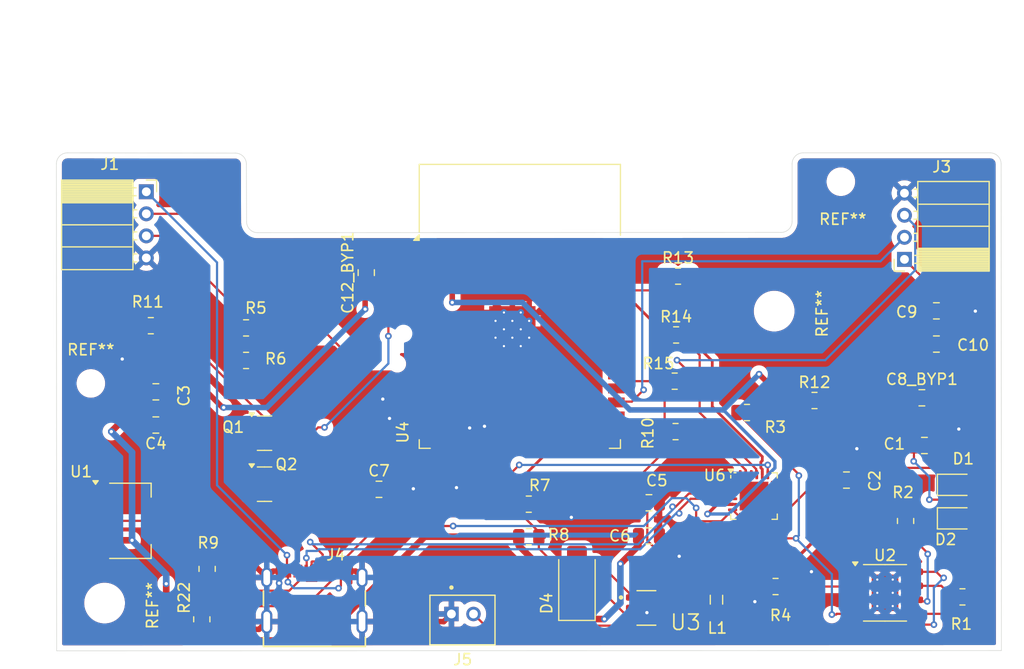
<source format=kicad_pcb>
(kicad_pcb (version 20241229) (generator "pcbnew") (generator_version "9.0")
  (layers (0 "F.Cu" signal) (2 "B.Cu" signal) (13 "F.Paste" user) (15 "B.Paste" user) (5 "F.SilkS" user "F.Silkscreen") (7 "B.SilkS" user "B.Silkscreen") (1 "F.Mask" user) (3 "B.Mask" user) (25 "Edge.Cuts" user))
  (net 0 "")
  (net 1 "GND")
  (net 2 "/VBUS")
  (net 3 "/VBAT")
  (net 4 "+5V")
  (net 5 "Net-(U1-VO)")
  (net 6 "/ESP_EN")
  (net 7 "+3.3V")
  (net 8 "Net-(D1-K)")
  (net 9 "Net-(D2-K)")
  (net 10 "Net-(D4-A)")
  (net 11 "Net-(J1-Pin_3)")
  (net 12 "Net-(J3-Pin_2)")
  (net 13 "Net-(J3-Pin_3)")
  (net 15 "/USB_DN")
  (net 16 "Net-(J4-CC2)")
  (net 17 "Net-(J4-CC1)")
  (net 18 "/USB_DP")
  (net 20 "/DTR")
  (net 21 "/RTS")
  (net 22 "/GPIO0")
  (net 23 "Net-(U2-~{CHRG})")
  (net 24 "Net-(U2-~{STDBY})")
  (net 25 "Net-(U2-PROG)")
  (net 26 "unconnected-(U4-IO35-Pad7)")
  (net 27 "Net-(U3-FB)")
  (net 28 "Net-(U4-IO17)")
  (net 29 "Net-(U6-~{RST})")
  (net 30 "/ESP_TX")
  (net 31 "Net-(U4-TXD0{slash}IO1)")
  (net 32 "/ESP_RX")
  (net 33 "Net-(U4-RXD0{slash}IO3)")
  (net 40 "Net-(J1-Pin_2)")
  (net 69 "Net-(U4-SHD{slash}SD2)")
  (footprint "Resistor_SMD:R_0805_2012Metric" (layer "F.Cu") (at 92.075 94.5642)
    (property "Reference" "R11")
    (property "Value" "10k")
  )
  (footprint "MountingHole:MountingHole_3.2mm_M3" (layer "F.Cu") (at 87.884 119.7102)
    (property "Reference" "REF**")
    (property "Value" "MountingHole_3.2mm_M3")
  )
  (footprint "Resistor_SMD:R_0805_2012Metric" (layer "F.Cu") (at 100.711 97.7138)
    (property "Reference" "R6")
    (property "Value" "2K2")
  )
  (footprint "Library_sub_3:SOT95P280X145-6N" (layer "F.Cu") (at 137.006 120.1522)
    (property "Reference" "U3")
    (property "Value" "MT3608")
  )
  (footprint "Library_sub_4:JST_B2B-PH-K-S_LF__SN_" (layer "F.Cu") (at 120.3292 121.2508 180)
    (property "Reference" "J5")
    (property "Value" "B2B-PH-K-S_LF__SN_")
  )
  (footprint "Package_SO:SOIC-8-1EP_3.9x4.9mm_P1.27mm_EP2.41x3.3mm_ThermalVias" (layer "F.Cu") (at 158.6388 118.7826)
    (property "Reference" "U2")
    (property "Value" "TP4056-42-ESOP8")
  )
  (footprint "RF_Module:ESP32-WROOM-32" (layer "F.Cu") (at 125.5316 95.8007)
    (property "Reference" "U4")
    (property "Value" "ESP32-WROOM-32")
  )
  (footprint "Diode_SMD:D_SMA" (layer "F.Cu") (at 130.7084 117.7732 90)
    (property "Reference" "D4")
    (property "Value" "SS14")
  )
  (footprint "Connector_PinSocket_2.00mm:PinSocket_1x04_P2.00mm_Horizontal" (layer "F.Cu") (at 91.6662 82.4202)
    (property "Reference" "J1")
    (property "Value" "Conn_01x04_Socket")
  )
  (footprint "Capacitor_SMD:C_0805_2012Metric" (layer "F.Cu") (at 92.5322 100.5586)
    (property "Reference" "C3")
    (property "Value" "10u")
  )
  (footprint "Resistor_SMD:R_0805_2012Metric" (layer "F.Cu") (at 126.3415 110.744)
    (property "Reference" "R7")
    (property "Value" "15k")
  )
  (footprint "Package_TO_SOT_SMD:SOT-23" (layer "F.Cu") (at 102.3851 104.3076)
    (property "Reference" "Q1")
    (property "Value" "BSS138")
  )
  (footprint "MountingHole:MountingHole_2.1mm" (layer "F.Cu") (at 154.6352 81.5086)
    (property "Reference" "REF**")
    (property "Value" "MountingHole_2.1mm")
  )
  (footprint "Capacitor_SMD:C_0805_2012Metric" (layer "F.Cu") (at 137.2362 110.617)
    (property "Reference" "C5")
    (property "Value" "22u")
  )
  (footprint "Capacitor_SMD:C_0805_2012Metric" (layer "F.Cu") (at 112.7608 109.3978)
    (property "Reference" "C7")
    (property "Value" "1u")
  )
  (footprint "Library_sub_1:MOLEX_2171790001" (layer "F.Cu") (at 106.906 120.2396)
    (property "Reference" "J4")
    (property "Value" "2171790001")
  )
  (footprint "Resistor_SMD:R_0805_2012Metric" (layer "F.Cu") (at 139.7 95.4024)
    (property "Reference" "R14")
    (property "Value" "10k")
  )
  (footprint "Capacitor_SMD:C_0805_2012Metric" (layer "F.Cu") (at 155.1432 108.5596)
    (property "Reference" "C2")
    (property "Value" "10u")
  )
  (footprint "Capacitor_SMD:C_0805_2012Metric" (layer "F.Cu") (at 162.2116 105.425)
    (property "Reference" "C1")
    (property "Value" "10u")
  )
  (footprint "Resistor_SMD:R_0805_2012Metric" (layer "F.Cu") (at 165.6588 119.1514 180)
    (property "Reference" "R1")
    (property "Value" "1k")
  )
  (footprint "Resistor_SMD:R_0805_2012Metric" (layer "F.Cu") (at 97.1804 116.6114 90)
    (property "Reference" "R9")
    (property "Value" "5k1")
  )
  (footprint "Connector_PinSocket_2.00mm:PinSocket_1x04_P2.00mm_Horizontal" (layer "F.Cu") (at 160.401 88.55 180)
    (property "Reference" "J3")
    (property "Value" "Conn_01x04_Socket")
  )
  (footprint "Resistor_SMD:R_0805_2012Metric" (layer "F.Cu") (at 148.7151 118.2116 180)
    (property "Reference" "R4")
    (property "Value" "2k")
  )
  (footprint "Capacitor_SMD:C_0805_2012Metric" (layer "F.Cu") (at 163.2966 93.218)
    (property "Reference" "C9")
    (property "Value" "4u7")
  )
  (footprint "Resistor_SMD:R_0805_2012Metric" (layer "F.Cu") (at 139.5711 99.5934)
    (property "Reference" "R15")
    (property "Value" "1k")
  )
  (footprint "Resistor_SMD:R_0805_2012Metric" (layer "F.Cu") (at 146.1262 102.4382)
    (property "Reference" "R3")
    (property "Value" "0")
  )
  (footprint "Capacitor_SMD:C_0805_2012Metric" (layer "F.Cu") (at 137.2362 113.627)
    (property "Reference" "C6")
    (property "Value" "22u")
  )
  (footprint "Inductor_SMD:L_0805_2012Metric" (layer "F.Cu") (at 143.3576 119.4054 90)
    (property "Reference" "L1")
    (property "Value" "5u")
  )
  (footprint "Capacitor_SMD:C_0805_2012Metric" (layer "F.Cu") (at 163.2966 96.228)
    (property "Reference" "C10")
    (property "Value" "100n")
  )
  (footprint "LED_SMD:LED_0805_2012Metric" (layer "F.Cu") (at 165.0723 112.0314)
    (property "Reference" "D2")
    (property "Value" "LED")
  )
  (footprint "Resistor_SMD:R_0805_2012Metric" (layer "F.Cu") (at 139.8759 90.0684)
    (property "Reference" "R13")
    (property "Value" "10k")
  )
  (footprint "Resistor_SMD:R_0805_2012Metric" (layer "F.Cu") (at 100.711 94.7638)
    (property "Reference" "R5")
    (property "Value" "1k")
  )
  (footprint "LED_SMD:LED_0805_2012Metric" (layer "F.Cu") (at 165.0723 108.9914)
    (property "Reference" "D1")
    (property "Value" "LED")
  )
  (footprint "Resistor_SMD:R_0805_2012Metric" (layer "F.Cu") (at 96.6978 121.1815 90)
    (property "Reference" "R22")
    (property "Value" "5k1")
  )
  (footprint "Resistor_SMD:R_0805_2012Metric" (layer "F.Cu") (at 139.6492 104.1654)
    (property "Reference" "R10")
    (property "Value" "2K2")
  )
  (footprint "Resistor_SMD:R_0805_2012Metric" (layer "F.Cu") (at 160.5026 112.268 -90)
    (property "Reference" "R2")
    (property "Value" "1k")
  )
  (footprint "Resistor_SMD:R_0805_2012Metric" (layer "F.Cu") (at 126.3415 113.694)
    (property "Reference" "R8")
    (property "Value" "110k")
  )
  (footprint "Capacitor_SMD:C_0805_2012Metric" (layer "F.Cu") (at 111.6076 89.7534 90)
    (property "Reference" "C12_BYP1")
    (property "Value" "100n")
  )
  (footprint "Capacitor_SMD:C_0805_2012Metric" (layer "F.Cu") (at 161.9791 101.1)
    (property "Reference" "C8_BYP1")
    (property "Value" "100n")
  )
  (footprint "Resistor_SMD:R_0805_2012Metric" (layer "F.Cu") (at 152.2457 101.346)
    (property "Reference" "R12")
    (property "Value" "1k")
  )
  (footprint "MountingHole:MountingHole_3.2mm_M3" (layer "F.Cu") (at 148.59 93.2434)
    (property "Reference" "REF**")
    (property "Value" "MountingHole_3.2mm_M3")
  )
  (footprint "Capacitor_SMD:C_0805_2012Metric" (layer "F.Cu") (at 92.5322 103.5686 180)
    (property "Reference" "C4")
    (property "Value" "22u")
  )
  (footprint "MountingHole:MountingHole_2.1mm" (layer "F.Cu") (at 86.6394 99.7966)
    (property "Reference" "REF**")
    (property "Value" "MountingHole_2.1mm")
  )
  (footprint "Package_TO_SOT_SMD:SOT-223-3_TabPin2" (layer "F.Cu") (at 90.1954 112.2547)
    (property "Reference" "U1")
    (property "Value" "AMS1117-3.3")
  )
  (footprint "Package_TO_SOT_SMD:SOT-23" (layer "F.Cu") (at 102.3851 108.9326)
    (property "Reference" "Q2")
    (property "Value" "BSS138")
  )
  (footprint "Package_DFN_QFN:QFN-24-1EP_4x4mm_P0.5mm_EP2.6x2.6mm" (layer "F.Cu") (at 146.7612 110.0074)
    (property "Reference" "U6")
    (property "Value" "CP2102N-Axx-xQFN24")
  )
  (gr_arc (start 168.16456 78.8924) (mid 168.871468 79.185095) (end 169.16456 79.891839) (stroke (width 0.05)) (layer "Edge.Cuts"))
  (gr_line (start 169.1894 124.015763) (end 169.16456 79.901344) (stroke (width 0.05)) (layer "Edge.Cuts"))
  (gr_arc (start 101.7588 86.130884) (mid 101.052605 85.839417) (end 100.758289 85.134405) (stroke (width 0.05)) (layer "Edge.Cuts"))
  (gr_line (start 150.2156 85.106513) (end 150.2156 79.8924) (stroke (width 0.05)) (layer "Edge.Cuts"))
  (gr_line (start 83.5406 124.040637) (end 83.515761 79.894437) (stroke (width 0.05)) (layer "Edge.Cuts"))
  (gr_line (start 151.2156 78.8924) (end 168.16456 78.8924) (stroke (width 0.05)) (layer "Edge.Cuts"))
  (gr_arc (start 99.741385 78.916332) (mid 100.446276 79.208507) (end 100.739903 79.91281) (stroke (width 0.05)) (layer "Edge.Cuts"))
  (gr_line (start 83.5406 124.040637) (end 169.1894 124.015763) (stroke (width 0.05)) (layer "Edge.Cuts"))
  (gr_line (start 101.7588 86.130884) (end 149.216114 86.106513) (stroke (width 0.05)) (layer "Edge.Cuts"))
  (gr_arc (start 150.2156 85.106513) (mid 149.922884 85.81343) (end 149.216114 86.106513) (stroke (width 0.05)) (layer "Edge.Cuts"))
  (gr_line (start 84.517236 78.893878) (end 99.741385 78.916332) (stroke (width 0.05)) (layer "Edge.Cuts"))
  (gr_arc (start 83.515761 79.894437) (mid 83.808978 79.186447) (end 84.517236 78.893878) (stroke (width 0.05)) (layer "Edge.Cuts"))
  (gr_arc (start 150.2156 79.8924) (mid 150.508493 79.185293) (end 151.2156 78.8924) (stroke (width 0.05)) (layer "Edge.Cuts"))
  (gr_line (start 100.739903 79.91281) (end 100.758289 85.134405) (stroke (width 0.05)) (layer "Edge.Cuts"))
  (segment (start 118.2741 87.5507) (end 124.0891 93.3657) (width 0.5) (layer "F.Cu") (net 1))
  (segment (start 91.5822 102.4586) (end 93.4822 100.5586) (width 0.5) (layer "F.Cu") (net 1))
  (segment (start 119.8216 109.2102) (end 119.7864 109.2454) (width 0.5) (layer "F.Cu") (net 1))
  (segment (start 138.1862 110.617) (end 137.0102 109.441) (width 0.5) (layer "F.Cu") (net 1))
  (segment (start 111.6076 88.8034) (end 112.8603 87.5507) (width 0.5) (layer "F.Cu") (net 1))
  (segment (start 89.4842 97.5868) (end 90.5104 97.5868) (width 0.5) (layer "F.Cu") (net 1))
  (segment (start 85.5944 115.27184) (end 86.07826 115.7557) (width 0.5) (layer "F.Cu") (net 1))
  (segment (start 85.5944 111.4057) (end 85.5944 115.27184) (width 0.5) (layer "F.Cu") (net 1))
  (segment (start 90.5104 97.5868) (end 93.4822 100.5586) (width 0.5) (layer "F.Cu") (net 1))
  (segment (start 144.1196 109.2064) (end 144.1706 109.2574) (width 0.3) (layer "F.Cu") (net 1))
  (segment (start 140.5617 104.1654) (end 140.5617 108.2415) (width 0.5) (layer "F.Cu") (net 1))
  (segment (start 130.2004 111.9378) (end 130.2004 111.0844) (width 0.5) (layer "F.Cu") (net 1))
  (segment (start 93.6926 93.4132) (end 99.1442 98.8648) (width 0.5) (layer "F.Cu") (net 1))
  (segment (start 156.0932 116.807) (end 156.1638 116.8776) (width 0.5) (layer "F.Cu") (net 1))
  (segment (start 99.1442 98.8648) (end 100.4725 98.8648) (width 0.5) (layer "F.Cu") (net 1))
  (segment (start 115.824 109.3978) (end 115.8748 109.347) (width 0.5) (layer "F.Cu") (net 1))
  (segment (start 164.2466 99.7825) (end 162.9291 101.1) (width 0.5) (layer "F.Cu") (net 1))
  (segment (start 132.9541 87.5507) (end 126.3766 94.1282) (width 0.5) (layer "F.Cu") (net 1))
  (segment (start 136.625541 120.1522) (end 135.836 120.1522) (width 0.5) (layer "F.Cu") (net 1))
  (segment (start 87.0454 109.9547) (end 85.5944 111.4057) (width 0.5) (layer "F.Cu") (net 1))
  (segment (start 157.2338 116.8776) (end 157.9388 117.5826) (width 0.5) (layer "F.Cu") (net 1))
  (segment (start 146.8374 119.5832) (end 146.8374 119.1768) (width 0.5) (layer "F.Cu") (net 1))
  (segment (start 87.0454 108.1054) (end 91.5822 103.5686) (width 0.5) (layer "F.Cu") (net 1))
  (segment (start 113.7108 109.3978) (end 117.7979 105.3107) (width 0.5) (layer "F.Cu") (net 1))
  (segment (start 90.199 97.2754) (end 90.199 93.816908) (width 0.5) (layer "F.Cu") (net 1))
  (segment (start 157.3738 119.4176) (end 157.9388 119.9826) (width 0.5) (layer "F.Cu") (net 1))
  (segment (start 103.161 116.8146) (end 102.586 117.3896) (width 0.5) (layer "F.Cu") (net 1))
  (segment (start 103.706 117.9046) (end 103.7082 117.9068) (width 0.5) (layer "F.Cu") (net 1))
  (segment (start 164.2466 96.228) (end 164.2466 99.7825) (width 0.5) (layer "F.Cu") (net 1))
  (segment (start 119.8216 105.3107) (end 119.8216 99.1582) (width 0.5) (layer "F.Cu") (net 1))
  (segment (start 164.272 93.2434) (end 164.2466 93.218) (width 0.5) (layer "F.Cu") (net 1))
  (segment (start 138.1862 113.6752) (end 139.9794 115.4684) (width 0.5) (layer "F.Cu") (net 1))
  (segment (start 90.602708 93.4132) (end 93.6926 93.4132) (width 0.5) (layer "F.Cu") (net 1))
  (segment (start 112.8603 87.5507) (end 116.7816 87.5507) (width 0.5) (layer "F.Cu") (net 1))
  (segment (start 156.083 108.5494) (end 156.0932 108.5596) (width 0.5) (layer "F.Cu") (net 1))
  (segment (start 156.0932 108.5596) (end 156.0932 116.807) (width 0.5) (layer "F.Cu") (net 1))
  (segment (start 118.6404 121.3896) (end 119.3292 120.7008) (width 0.5) (layer "F.Cu") (net 1))
  (segment (start 144.1706 109.2574) (end 144.8237 109.2574) (width 0.3) (layer "F.Cu") (net 1))
  (segment (start 138.1862 113.627) (end 143.218 113.627) (width 0.5) (layer "F.Cu") (net 1))
  (segment (start 137.0102 109.441) (end 128.557 109.441) (width 0.5) (layer "F.Cu") (net 1))
  (segment (start 110.651 116.8146) (end 111.226 117.3896) (width 0.5) (layer "F.Cu") (net 1))
  (segment (start 146.8374 119.1768) (end 147.8026 118.2116) (width 0.5) (layer "F.Cu") (net 1))
  (segment (start 140.5617 108.2415) (end 141.5266 109.2064) (width 0.5) (layer "F.Cu") (net 1))
  (segment (start 163.8404 105.425) (end 165.3286 103.9368) (width 0.5) (layer "F.Cu") (net 1))
  (segment (start 91.5822 103.5686) (end 91.5822 102.4586) (width 0.5) (layer "F.Cu") (net 1))
  (segment (start 156.1638 116.8776) (end 151.9804 116.8776) (width 0.5) (layer "F.Cu") (net 1))
  (segment (start 146.0112 109.2574) (end 146.7612 110.0074) (width 0.3) (layer "F.Cu") (net 1))
  (segment (start 103.706 116.8146) (end 103.161 116.8146) (width 0.5) (layer "F.Cu") (net 1))
  (segment (start 113.7108 109.3978) (end 115.824 109.3978) (width 0.5) (layer "F.Cu") (net 1))
  (segment (start 117.7979 105.3107) (end 119.8216 105.3107) (width 0.5) (layer "F.Cu") (net 1))
  (segment (start 96.6978 122.094) (end 101.8816 122.094) (width 0.5) (layer "F.Cu") (net 1))
  (segment (start 97.1236 115.7557) (end 97.1804 115.6989) (width 0.5) (layer "F.Cu") (net 1))
  (segment (start 110.106 116.8146) (end 110.651 116.8146) (width 0.5) (layer "F.Cu") (net 1))
  (segment (start 162.9291 101.1) (end 162.9291 105.1925) (width 0.5) (layer "F.Cu") (net 1))
  (segment (start 97.1804 115.6989) (end 100.8953 115.6989) (width 0.5) (layer "F.Cu") (net 1))
  (segment (start 162.9291 105.1925) (end 163.1616 105.425) (width 0.5) (layer "F.Cu") (net 1))
  (segment (start 116.7816 87.5507) (end 118.2741 87.5507) (width 0.5) (layer "F.Cu") (net 1))
  (segment (start 87.0454 109.9547) (end 87.0454 108.1054) (width 0.5) (layer "F.Cu") (net 1))
  (segment (start 151.9804 116.8776) (end 151.9682 116.8654) (width 0.5) (layer "F.Cu") (net 1))
  (segment (start 100.4725 98.8648) (end 101.6235 97.7138) (width 0.5) (layer "F.Cu") (net 1))
  (segment (start 101.8816 122.094) (end 102.586 121.3896) (width 0.5) (layer "F.Cu") (net 1))
  (segment (start 90.199 93.816908) (end 90.602708 93.4132) (width 0.5) (layer "F.Cu") (net 1))
  (segment (start 144.8237 109.2574) (end 146.0112 109.2574) (width 0.3) (layer "F.Cu") (net 1))
  (segment (start 134.2816 87.5507) (end 132.9541 87.5507) (width 0.5) (layer "F.Cu") (net 1))
  (segment (start 119.8216 105.3107) (end 119.8216 109.2102) (width 0.5) (layer "F.Cu") (net 1))
  (segment (start 138.1862 110.617) (end 138.1862 113.627) (width 0.5) (layer "F.Cu") (net 1))
  (segment (start 143.218 113.627) (end 147.8026 118.2116) (width 0.5) (layer "F.Cu") (net 1))
  (segment (start 119.8216 99.1582) (end 123.3266 95.6532) (width 0.5) (layer "F.Cu") (net 1))
  (segment (start 111.226 121.3896) (end 118.6404 121.3896) (width 0.5) (layer "F.Cu") (net 1))
  (segment (start 86.07826 115.7557) (end 97.1236 115.7557) (width 0.5) (layer "F.Cu") (net 1))
  (segment (start 103.706 116.8146) (end 103.706 117.9046) (width 0.5) (layer "F.Cu") (net 1))
  (segment (start 140.5617 108.2415) (end 138.1862 110.617) (width 0.5) (layer "F.Cu") (net 1))
  (segment (start 163.1616 105.425) (end 163.8404 105.425) (width 0.5) (layer "F.Cu") (net 1))
  (segment (start 141.5266 109.2064) (end 144.1196 109.2064) (width 0.5) (layer "F.Cu") (net 1))
  (segment (start 138.1862 113.627) (end 138.1862 113.6752) (width 0.5) (layer "F.Cu") (net 1))
  (segment (start 128.557 109.441) (end 127.254 110.744) (width 0.5) (layer "F.Cu") (net 1))
  (segment (start 166.8272 93.2434) (end 164.272 93.2434) (width 0.5) (layer "F.Cu") (net 1))
  (segment (start 156.1638 116.8776) (end 157.2338 116.8776) (width 0.5) (layer "F.Cu") (net 1))
  (segment (start 93.4822 100.5586) (end 90.199 97.2754) (width 0.5) (layer "F.Cu") (net 1))
  (segment (start 156.1638 119.4176) (end 157.3738 119.4176) (width 0.5) (layer "F.Cu") (net 1))
  (segment (start 100.8953 115.6989) (end 102.586 117.3896) (width 0.5) (layer "F.Cu") (net 1))
  (segment (start 130.2004 111.0844) (end 128.557 109.441) (width 0.5) (layer "F.Cu") (net 1))
  (segment (start 164.2466 93.218) (end 164.2466 96.228) (width 0.5) (layer "F.Cu") (net 1))
  (segment (start 137.050525 120.577184) (end 136.625541 120.1522) (width 0.5) (layer "F.Cu") (net 1))
  (segment (start 156.083 105.7148) (end 156.083 108.5494) (width 0.5) (layer "F.Cu") (net 1))
  (via (at 115.8748 109.347) (size 0.6) (drill 0.3) (layers "F.Cu" "B.Cu") (net 1))
  (via (at 139.9794 115.4684) (size 0.6) (drill 0.3) (layers "F.Cu" "B.Cu") (net 1))
  (via (at 89.4842 97.5868) (size 0.6) (drill 0.3) (layers "F.Cu" "B.Cu") (net 1))
  (via (at 119.7864 109.2454) (size 0.6) (drill 0.3) (layers "F.Cu" "B.Cu") (net 1))
  (via (at 166.8272 93.2434) (size 0.6) (drill 0.3) (layers "F.Cu" "B.Cu") (net 1))
  (via (at 146.8374 119.5832) (size 0.6) (drill 0.3) (layers "F.Cu" "B.Cu") (net 1))
  (via (at 151.9682 116.8654) (size 0.6) (drill 0.3) (layers "F.Cu" "B.Cu") (net 1))
  (via (at 137.050525 120.577184) (size 0.6) (drill 0.3) (layers "F.Cu" "B.Cu") (net 1))
  (via (at 130.2004 111.9378) (size 0.6) (drill 0.3) (layers "F.Cu" "B.Cu") (net 1))
  (via (at 156.083 105.7148) (size 0.6) (drill 0.3) (layers "F.Cu" "B.Cu") (net 1))
  (via (at 165.3286 103.9368) (size 0.6) (drill 0.3) (layers "F.Cu" "B.Cu") (net 1))
  (via (at 103.7082 117.9068) (size 0.6) (drill 0.3) (layers "F.Cu" "B.Cu") (net 1))
  (segment (start 157.861 103.9368) (end 156.083 105.7148) (width 0.5) (layer "B.Cu") (net 1))
  (segment (start 166.8272 88.9762) (end 166.8272 93.2434) (width 0.5) (layer "B.Cu") (net 1))
  (segment (start 160.401 82.55) (end 166.8272 88.9762) (width 0.5) (layer "B.Cu") (net 1))
  (segment (start 115.8748 109.347) (end 110.298325 109.347) (width 0.5) (layer "B.Cu") (net 1))
  (segment (start 110.298325 109.347) (end 105.3592 114.286125) (width 0.5) (layer "B.Cu") (net 1))
  (segment (start 119.7864 109.2454) (end 122.4788 111.9378) (width 0.5) (layer "B.Cu") (net 1))
  (segment (start 105.3592 114.286125) (end 105.3592 115.884773) (width 0.5) (layer "B.Cu") (net 1))
  (segment (start 103.7082 117.535773) (end 103.7082 117.9068) (width 0.5) (layer "B.Cu") (net 1))
  (segment (start 137.050525 118.397275) (end 137.050525 120.577184) (width 0.5) (layer "B.Cu") (net 1))
  (segment (start 91.6662 88.4202) (end 89.4842 90.6022) (width 0.5) (layer "B.Cu") (net 1))
  (segment (start 165.3286 103.9368) (end 157.861 103.9368) (width 0.5) (layer "B.Cu") (net 1))
  (segment (start 122.4788 111.9378) (end 130.2004 111.9378) (width 0.5) (layer "B.Cu") (net 1))
  (segment (start 149.2504 119.5832) (end 146.8374 119.5832) (width 0.5) (layer "B.Cu") (net 1))
  (segment (start 111.226 118.3386) (end 111.226 121.3896) (width 0.5) (layer "B.Cu") (net 1))
  (segment (start 110.1846 119.38) (end 111.226 118.3386) (width 0.5) (layer "B.Cu") (net 1))
  (segment (start 151.9682 116.8654) (end 149.2504 119.5832) (width 0.5) (layer "B.Cu") (net 1))
  (segment (start 111.226 117.3896) (end 111.226 118.3386) (width 0.5) (layer "B.Cu") (net 1))
  (segment (start 103.7082 118.7196) (end 104.3686 119.38) (width 0.5) (layer "B.Cu") (net 1))
  (segment (start 89.4842 90.6022) (end 89.4842 97.5868) (width 0.5) (layer "B.Cu") (net 1))
  (segment (start 105.3592 115.884773) (end 103.7082 117.535773) (width 0.5) (layer "B.Cu") (net 1))
  (segment (start 103.7082 117.9068) (end 103.7082 118.7196) (width 0.5) (layer "B.Cu") (net 1))
  (segment (start 139.9794 115.4684) (end 137.050525 118.397275) (width 0.5) (layer "B.Cu") (net 1))
  (segment (start 102.586 117.3896) (end 102.586 121.3896) (width 0.5) (layer "B.Cu") (net 1))
  (segment (start 104.3686 119.38) (end 110.1846 119.38) (width 0.5) (layer "B.Cu") (net 1))
  (segment (start 162.3466 90.4956) (end 160.401 88.55) (width 0.2) (layer "F.Cu") (net 2))
  (segment (start 146.0112 111.9449) (end 146.0112 113.1944) (width 0.2) (layer "F.Cu") (net 2))
  (segment (start 154.2674 120.6876) (end 156.1638 120.6876) (width 0.2) (layer "F.Cu") (net 2))
  (segment (start 163.2844 116.8776) (end 161.1138 116.8776) (width 0.2) (layer "F.Cu") (net 2))
  (segment (start 141.7574 112.2934) (end 143.7877 112.2934) (width 0.2) (layer "F.Cu") (net 2))
  (segment (start 165.705 110.3376) (end 166.0098 110.6424) (width 0.2) (layer "F.Cu") (net 2))
  (segment (start 109.093 118.364) (end 109.306 118.151) (width 0.2) (layer "F.Cu") (net 2))
  (segment (start 150.8252 108.0497) (end 150.8252 108.1532) (width 0.2) (layer "F.Cu") (net 2))
  (segment (start 141.5161 112.0521) (end 141.7574 112.2934) (width 0.2) (layer "F.Cu") (net 2))
  (segment (start 144.8237 111.2574) (end 145.5112 111.9449) (width 0.2) (layer "F.Cu") (net 2))
  (segment (start 104.4194 116.728) (end 104.506 116.8146) (width 0.2) (layer "F.Cu") (net 2))
  (segment (start 109.306 116.8146) (end 109.306 116.0396) (width 0.2) (layer "F.Cu") (net 2))
  (segment (start 161.0291 101.1) (end 161.0291 97.5455) (width 0.2) (layer "F.Cu") (net 2))
  (segment (start 161.2616 101.3938) (end 161.2616 105.425) (width 0.2) (layer "F.Cu") (net 2))
  (segment (start 154.2034 120.7516) (end 154.2674 120.6876) (width 0.2) (layer "F.Cu") (net 2))
  (segment (start 146.6596 113.8428) (end 150.5712 113.8428) (width 0.2) (layer "F.Cu") (net 2))
  (segment (start 163.957 117.4242) (end 163.831 117.4242) (width 0.2) (layer "F.Cu") (net 2))
  (segment (start 143.7877 112.2934) (end 144.8237 111.2574) (width 0.2) (layer "F.Cu") (net 2))
  (segment (start 166.0098 112.0314) (end 166.0098 114.1522) (width 0.2) (layer "F.Cu") (net 2))
  (segment (start 145.5112 111.9449) (end 146.0112 111.9449) (width 0.2) (layer "F.Cu") (net 2))
  (segment (start 161.0291 101.1613) (end 161.2616 101.3938) (width 0.2) (layer "F.Cu") (net 2))
  (segment (start 161.2616 105.425) (end 161.2616 106.8324) (width 0.2) (layer "F.Cu") (net 2))
  (segment (start 104.4194 115.3668) (end 104.4194 116.728) (width 0.2) (layer "F.Cu") (net 2))
  (segment (start 162.3466 93.218) (end 162.3466 90.4956) (width 0.2) (layer "F.Cu") (net 2))
  (segment (start 109.306 118.151) (end 109.306 116.8146) (width 0.2) (layer "F.Cu") (net 2))
  (segment (start 157.1422 121.666) (end 163.068 121.666) (width 0.2) (layer "F.Cu") (net 2))
  (segment (start 112.6204 112.7252) (end 119.4816 112.7252) (width 0.2) (layer "F.Cu") (net 2))
  (segment (start 104.506 117.800048) (end 104.501625 117.804423) (width 0.2) (layer "F.Cu") (net 2))
  (segment (start 156.1638 120.6876) (end 157.1422 121.666) (width 0.2) (layer "F.Cu") (net 2))
  (segment (start 161.0291 97.5455) (end 162.3466 96.228) (width 0.2) (layer "F.Cu") (net 2))
  (segment (start 166.0098 108.9914) (end 166.0098 110.6424) (width 0.2) (layer "F.Cu") (net 2))
  (segment (start 145.2137 102.4382) (end 150.8252 108.0497) (width 0.2) (layer "F.Cu") (net 2))
  (segment (start 162.6616 110.3376) (end 165.705 110.3376) (width 0.2) (layer "F.Cu") (net 2))
  (segment (start 166.0098 110.6424) (end 166.0098 112.0314) (width 0.2) (layer "F.Cu") (net 2))
  (segment (start 153.8224 120.7516) (end 154.2034 120.7516) (width 0.2) (layer "F.Cu") (net 2))
  (segment (start 162.3466 96.228) (end 162.3466 93.218) (width 0.2) (layer "F.Cu") (net 2))
  (segment (start 166.0098 114.1522) (end 163.2844 116.8776) (width 0.2) (layer "F.Cu") (net 2))
  (segment (start 146.0112 113.1944) (end 146.6596 113.8428) (width 0.2) (layer "F.Cu") (net 2))
  (segment (start 109.306 116.0396) (end 112.6204 112.7252) (width 0.2) (layer "F.Cu") (net 2))
  (segment (start 163.831 117.4242) (end 163.2844 116.8776) (width 0.2) (layer "F.Cu") (net 2))
  (segment (start 104.506 116.8146) (end 104.506 117.800048) (width 0.2) (layer "F.Cu") (net 2))
  (segment (start 161.0291 101.1) (end 161.0291 101.1613) (width 0.2) (layer "F.Cu") (net 2))
  (segment (start 161.2616 106.8324) (end 161.2392 106.8548) (width 0.2) (layer "F.Cu") (net 2))
  (segment (start 141.5161 111.0869) (end 141.5161 112.0521) (width 0.2) (layer "F.Cu") (net 2))
  (via (at 109.093 118.364) (size 0.6) (drill 0.3) (layers "F.Cu" "B.Cu") (net 2))
  (via (at 163.957 117.4242) (size 0.6) (drill 0.3) (layers "F.Cu" "B.Cu") (net 2))
  (via (at 104.501625 117.804423) (size 0.6) (drill 0.3) (layers "F.Cu" "B.Cu") (net 2))
  (via (at 150.8252 108.1532) (size 0.6) (drill 0.3) (layers "F.Cu" "B.Cu") (net 2))
  (via (at 162.6616 110.3376) (size 0.6) (drill 0.3) (layers "F.Cu" "B.Cu") (net 2))
  (via (at 153.8224 120.7516) (size 0.6) (drill 0.3) (layers "F.Cu" "B.Cu") (net 2))
  (via (at 104.4194 115.3668) (size 0.6) (drill 0.3) (layers "F.Cu" "B.Cu") (net 2))
  (via (at 141.5161 111.0869) (size 0.6) (drill 0.3) (layers "F.Cu" "B.Cu") (net 2))
  (via (at 119.4816 112.7252) (size 0.6) (drill 0.3) (layers "F.Cu" "B.Cu") (net 2))
  (via (at 161.2392 106.8548) (size 0.6) (drill 0.3) (layers "F.Cu" "B.Cu") (net 2))
  (via (at 163.068 121.666) (size 0.6) (drill 0.3) (layers "F.Cu" "B.Cu") (net 2))
  (via (at 150.5712 113.8428) (size 0.6) (drill 0.3) (layers "F.Cu" "B.Cu") (net 2))
  (segment (start 140.62982 110.20062) (end 139.300395 110.20062) (width 0.2) (layer "B.Cu") (net 2))
  (segment (start 105.061202 118.364) (end 109.093 118.364) (width 0.2) (layer "B.Cu") (net 2))
  (segment (start 150.8252 108.1532) (end 150.8252 113.5888) (width 0.2) (layer "B.Cu") (net 2))
  (segment (start 136.775815 112.7252) (end 119.4816 112.7252) (width 0.2) (layer "B.Cu") (net 2))
  (segment (start 150.5712 113.8428) (end 153.8224 117.094) (width 0.2) (layer "B.Cu") (net 2))
  (segment (start 150.8252 113.5888) (end 150.5712 113.8428) (width 0.2) (layer "B.Cu") (net 2))
  (segment (start 98.078 88.832) (end 98.078 109.0254) (width 0.2) (layer "B.Cu") (net 2))
  (segment (start 162.6616 108.2772) (end 162.6616 110.3376) (width 0.2) (layer "B.Cu") (net 2))
  (segment (start 153.8224 117.094) (end 153.8224 120.7516) (width 0.2) (layer "B.Cu") (net 2))
  (segment (start 104.501625 117.804423) (end 105.061202 118.364) (width 0.2) (layer "B.Cu") (net 2))
  (segment (start 139.300395 110.20062) (end 136.775815 112.7252) (width 0.2) (layer "B.Cu") (net 2))
  (segment (start 161.2392 106.8548) (end 162.6616 108.2772) (width 0.2) (layer "B.Cu") (net 2))
  (segment (start 163.068 118.3132) (end 163.957 117.4242) (width 0.2) (layer "B.Cu") (net 2))
  (segment (start 163.068 121.666) (end 163.068 118.3132) (width 0.2) (layer "B.Cu") (net 2))
  (segment (start 141.5161 111.0869) (end 140.62982 110.20062) (width 0.2) (layer "B.Cu") (net 2))
  (segment (start 98.078 109.0254) (end 104.4194 115.3668) (width 0.2) (layer "B.Cu") (net 2))
  (segment (start 91.6662 82.4202) (end 98.078 88.832) (width 0.2) (layer "B.Cu") (net 2))
  (segment (start 136.2862 110.617) (end 137.0872 111.418) (width 0.2) (layer "F.Cu") (net 3))
  (segment (start 138.176 121.1022) (end 137.5192 121.759) (width 0.2) (layer "F.Cu") (net 3))
  (segment (start 166.517446 107.4548) (end 167.3848 108.322154) (width 0.2) (layer "F.Cu") (net 3))
  (segment (start 138.176 121.1022) (end 138.176 120.1522) (width 0.2) (layer "F.Cu") (net 3))
  (segment (start 143.0419 120.1522) (end 143.3576 120.4679) (width 0.2) (layer "F.Cu") (net 3))
  (segment (start 122.3874 121.759) (end 121.3292 120.7008) (width 0.2) (layer "F.Cu") (net 3))
  (segment (start 154.1932 106.754657) (end 155.834057 105.1138) (width 0.2) (layer "F.Cu") (net 3))
  (segment (start 137.5192 121.759) (end 122.3874 121.759) (width 0.2) (layer "F.Cu") (net 3))
  (segment (start 143.3576 120.4679) (end 144.8816 120.4679) (width 0.2) (layer "F.Cu") (net 3))
  (segment (start 148.6661 118.91747) (end 147.11567 120.4679) (width 0.3) (layer "F.Cu") (net 3))
  (segment (start 166.53376 120.6876) (end 161.1138 120.6876) (width 0.2) (layer "F.Cu") (net 3))
  (segment (start 167.3848 108.322154) (end 167.3848 119.83656) (width 0.2) (layer "F.Cu") (net 3))
  (segment (start 156.8534 105.1138) (end 159.1944 107.4548) (width 0.2) (layer "F.Cu") (net 3))
  (segment (start 137.0872 114.03916) (end 140.65244 117.6044) (width 0.2) (layer "F.Cu") (net 3))
  (segment (start 148.6661 117.60373) (end 148.6661 118.91747) (width 0.3) (layer "F.Cu") (net 3))
  (segment (start 140.65244 117.6044) (end 143.9602 117.6044) (width 0.2) (layer "F.Cu") (net 3))
  (segment (start 147.11567 120.4679) (end 143.3576 120.4679) (width 0.3) (layer "F.Cu") (net 3))
  (segment (start 138.176 120.1522) (end 143.0419 120.1522) (width 0.2) (layer "F.Cu") (net 3))
  (segment (start 137.0872 111.418) (end 137.0872 114.03916) (width 0.2) (layer "F.Cu") (net 3))
  (segment (start 167.3848 119.83656) (end 166.53376 120.6876) (width 0.2) (layer "F.Cu") (net 3))
  (segment (start 154.1932 112.07663) (end 148.6661 117.60373) (width 0.3) (layer "F.Cu") (net 3))
  (segment (start 159.1944 107.4548) (end 166.517446 107.4548) (width 0.2) (layer "F.Cu") (net 3))
  (segment (start 143.9602 117.6044) (end 144.8816 118.5258) (width 0.2) (layer "F.Cu") (net 3))
  (segment (start 155.834057 105.1138) (end 156.8534 105.1138) (width 0.2) (layer "F.Cu") (net 3))
  (segment (start 144.8816 118.5258) (end 144.8816 120.4679) (width 0.2) (layer "F.Cu") (net 3))
  (segment (start 154.1932 108.5596) (end 154.1932 112.07663) (width 0.3) (layer "F.Cu") (net 3))
  (segment (start 154.1932 108.5596) (end 154.1932 106.754657) (width 0.2) (layer "F.Cu") (net 3))
  (segment (start 91.5822 101.0768) (end 88.4936 104.1654) (width 0.6) (layer "F.Cu") (net 4))
  (segment (start 91.5822 100.5586) (end 91.5822 101.0768) (width 0.6) (layer "F.Cu") (net 4))
  (segment (start 136.2862 113.627) (end 136.2862 114.5134) (width 0.6) (layer "F.Cu") (net 4))
  (segment (start 133.1976 121.158) (end 132.0932 121.158) (width 0.6) (layer "F.Cu") (net 4))
  (segment (start 107.492472 123.1075) (end 95.929798 123.1075) (width 0.6) (layer "F.Cu") (net 4))
  (segment (start 125.429 113.694) (end 125.429 114.4938) (width 0.6) (layer "F.Cu") (net 4))
  (segment (start 136.2862 114.5134) (end 134.6454 116.1542) (width 0.6) (layer "F.Cu") (net 4))
  (segment (start 93.472 120.649702) (end 93.472 117.9576) (width 0.6) (layer "F.Cu") (net 4))
  (segment (start 125.429 114.4938) (end 130.7084 119.7732) (width 0.6) (layer "F.Cu") (net 4))
  (segment (start 116.905972 113.694) (end 107.492472 123.1075) (width 0.6) (layer "F.Cu") (net 4))
  (segment (start 132.0932 121.158) (end 130.7084 119.7732) (width 0.6) (layer "F.Cu") (net 4))
  (segment (start 125.429 113.694) (end 116.905972 113.694) (width 0.6) (layer "F.Cu") (net 4))
  (segment (start 90.3732 114.0206) (end 87.5795 114.0206) (width 0.6) (layer "F.Cu") (net 4))
  (segment (start 87.5795 114.0206) (end 87.0454 114.5547) (width 0.6) (layer "F.Cu") (net 4))
  (segment (start 95.929798 123.1075) (end 93.472 120.649702) (width 0.6) (layer "F.Cu") (net 4))
  (via (at 134.6454 116.1542) (size 0.6) (drill 0.3) (layers "F.Cu" "B.Cu") (net 4))
  (via (at 88.4936 104.1654) (size 0.6) (drill 0.3) (layers "F.Cu" "B.Cu") (net 4))
  (via (at 93.472 117.9576) (size 0.6) (drill 0.3) (layers "F.Cu" "B.Cu") (net 4))
  (via (at 90.3732 114.0206) (size 0.6) (drill 0.3) (layers "F.Cu" "B.Cu") (net 4))
  (via (at 133.1976 121.158) (size 0.6) (drill 0.3) (layers "F.Cu" "B.Cu") (net 4))
  (segment (start 93.472 117.1194) (end 90.3732 114.0206) (width 0.6) (layer "B.Cu") (net 4))
  (segment (start 88.4936 104.1654) (end 90.3732 106.045) (width 0.6) (layer "B.Cu") (net 4))
  (segment (start 134.6454 119.7102) (end 133.1976 121.158) (width 0.6) (layer "B.Cu") (net 4))
  (segment (start 134.6454 116.1542) (end 134.6454 119.7102) (width 0.6) (layer "B.Cu") (net 4))
  (segment (start 93.472 117.9576) (end 93.472 117.1194) (width 0.6) (layer "B.Cu") (net 4))
  (segment (start 90.3732 106.045) (end 90.3732 114.0206) (width 0.6) (layer "B.Cu") (net 4))
  (segment (start 87.0454 112.2547) (end 93.3454 112.2547) (width 0.2) (layer "F.Cu") (net 5))
  (segment (start 93.4822 112.1179) (end 93.3454 112.2547) (width 0.2) (layer "F.Cu") (net 5))
  (segment (start 93.4822 103.5686) (end 93.4822 112.1179) (width 0.2) (layer "F.Cu") (net 5))
  (segment (start 115.8316 90.0907) (end 113.6142 92.3081) (width 0.2) (layer "F.Cu") (net 6))
  (segment (start 111.8108 109.3978) (end 106.7206 104.3076) (width 0.2) (layer "F.Cu") (net 6))
  (segment (start 113.6142 92.3081) (end 113.6142 95.504) (width 0.2) (layer "F.Cu") (net 6))
  (segment (start 107.2438 103.7844) (end 106.7206 104.3076) (width 0.2) (layer "F.Cu") (net 6))
  (segment (start 92.9875 94.5642) (end 94.033668 94.5642) (width 0.2) (layer "F.Cu") (net 6))
  (segment (start 94.033668 94.5642) (end 103.3226 103.853132) (width 0.2) (layer "F.Cu") (net 6))
  (segment (start 106.7206 104.3076) (end 103.3226 104.3076) (width 0.2) (layer "F.Cu") (net 6))
  (segment (start 107.823 103.7844) (end 107.2438 103.7844) (width 0.2) (layer "F.Cu") (net 6))
  (segment (start 103.3226 103.853132) (end 103.3226 104.3076) (width 0.2) (layer "F.Cu") (net 6))
  (segment (start 116.7816 90.0907) (end 115.8316 90.0907) (width 0.2) (layer "F.Cu") (net 6))
  (via (at 107.823 103.7844) (size 0.6) (drill 0.3) (layers "F.Cu" "B.Cu") (net 6))
  (via (at 113.6142 95.504) (size 0.6) (drill 0.3) (layers "F.Cu" "B.Cu") (net 6))
  (segment (start 113.6142 97.9932) (end 107.823 103.7844) (width 0.2) (layer "B.Cu") (net 6))
  (segment (start 113.6142 95.504) (end 113.6142 97.9932) (width 0.2) (layer "B.Cu") (net 6))
  (segment (start 118.0316 88.8207) (end 119.4054 90.1945) (width 0.5) (layer "F.Cu") (net 7))
  (segment (start 116.7816 88.8207) (end 118.0316 88.8207) (width 0.5) (layer "F.Cu") (net 7))
  (segment (start 119.4054 90.1945) (end 119.4054 92.456) (width 0.5) (layer "F.Cu") (net 7))
  (segment (start 111.506 93.0656) (end 111.506 90.805) (width 0.5) (layer "F.Cu") (net 7))
  (segment (start 150.368 102.108) (end 150.5712 102.108) (width 0.5) (layer "F.Cu") (net 7))
  (segment (start 111.6076 90.7034) (end 113.4903 88.8207) (width 0.5) (layer "F.Cu") (net 7))
  (segment (start 111.506 90.805) (end 111.6076 90.7034) (width 0.5) (layer "F.Cu") (net 7))
  (segment (start 91.1625 94.5642) (end 98.5793 101.981) (width 0.5) (layer "F.Cu") (net 7))
  (segment (start 113.4903 88.8207) (end 116.7816 88.8207) (width 0.5) (layer "F.Cu") (net 7))
  (segment (start 147.2184 98.9584) (end 150.368 102.108) (width 0.5) (layer "F.Cu") (net 7))
  (segment (start 143.4204 110.7574) (end 144.8237 110.7574) (width 0.3) (layer "F.Cu") (net 7))
  (segment (start 142.5448 111.633) (end 143.4204 110.7574) (width 0.3) (layer "F.Cu") (net 7))
  (segment (start 150.5712 102.108) (end 151.3332 101.346) (width 0.5) (layer "F.Cu") (net 7))
  (segment (start 98.5793 101.981) (end 98.679 101.981) (width 0.5) (layer "F.Cu") (net 7))
  (segment (start 147.0387 102.4382) (end 150.241 102.4382) (width 0.5) (layer "F.Cu") (net 7))
  (segment (start 150.241 102.4382) (end 150.5712 102.108) (width 0.5) (layer "F.Cu") (net 7))
  (via (at 111.506 93.0656) (size 0.6) (drill 0.3) (layers "F.Cu" "B.Cu") (net 7))
  (via (at 119.4054 92.456) (size 0.6) (drill 0.3) (layers "F.Cu" "B.Cu") (net 7))
  (via (at 147.2184 98.9584) (size 0.6) (drill 0.3) (layers "F.Cu" "B.Cu") (net 7))
  (via (at 98.679 101.981) (size 0.6) (drill 0.3) (layers "F.Cu" "B.Cu") (net 7))
  (via (at 142.5448 111.633) (size 0.6) (drill 0.3) (layers "F.Cu" "B.Cu") (net 7))
  (segment (start 143.9782 102.1986) (end 148.6568 106.8772) (width 0.3) (layer "B.Cu") (net 7))
  (segment (start 144.481454 111.633) (end 142.5448 111.633) (width 0.3) (layer "B.Cu") (net 7))
  (segment (start 125.766475 92.456) (end 135.509075 102.1986) (width 0.5) (layer "B.Cu") (net 7))
  (segment (start 135.509075 102.1986) (end 143.9782 102.1986) (width 0.5) (layer "B.Cu") (net 7))
  (segment (start 143.9782 102.1986) (end 147.2184 98.9584) (width 0.5) (layer "B.Cu") (net 7))
  (segment (start 119.4054 92.456) (end 125.766475 92.456) (width 0.5) (layer "B.Cu") (net 7))
  (segment (start 102.5906 101.981) (end 111.506 93.0656) (width 0.5) (layer "B.Cu") (net 7))
  (segment (start 148.6568 106.8772) (end 148.6568 107.457654) (width 0.3) (layer "B.Cu") (net 7))
  (segment (start 98.679 101.981) (end 102.5906 101.981) (width 0.5) (layer "B.Cu") (net 7))
  (segment (start 148.6568 107.457654) (end 144.481454 111.633) (width 0.3) (layer "B.Cu") (net 7))
  (segment (start 166.7983 118.9244) (end 166.5713 119.1514) (width 0.2) (layer "F.Cu") (net 8))
  (segment (start 165.1358 107.9904) (end 166.485946 107.9904) (width 0.2) (layer "F.Cu") (net 8))
  (segment (start 164.1348 108.9914) (end 165.1358 107.9904) (width 0.2) (layer "F.Cu") (net 8))
  (segment (start 166.7983 108.302754) (end 166.7983 118.9244) (width 0.2) (layer "F.Cu") (net 8))
  (segment (start 166.485946 107.9904) (end 166.7983 108.302754) (width 0.2) (layer "F.Cu") (net 8))
  (segment (start 160.5026 111.3555) (end 163.4589 111.3555) (width 0.2) (layer "F.Cu") (net 9))
  (segment (start 163.4589 111.3555) (end 164.1348 112.0314) (width 0.2) (layer "F.Cu") (net 9))
  (segment (start 130.7084 115.7732) (end 132.407 115.7732) (width 0.2) (layer "F.Cu") (net 10))
  (segment (start 132.407 115.7732) (end 135.836 119.2022) (width 0.2) (layer "F.Cu") (net 10))
  (segment (start 135.836 119.2022) (end 136.6953 118.3429) (width 0.2) (layer "F.Cu") (net 10))
  (segment (start 136.6953 118.3429) (end 143.3576 118.3429) (width 0.2) (layer "F.Cu") (net 10))
  (segment (start 93.2799 86.4202) (end 91.6662 86.4202) (width 0.2) (layer "F.Cu") (net 11))
  (segment (start 101.6235 94.7638) (end 93.2799 86.4202) (width 0.2) (layer "F.Cu") (net 11))
  (segment (start 135.6868 101.4476) (end 134.3547 101.4476) (width 0.2) (layer "F.Cu") (net 12))
  (segment (start 134.3547 101.4476) (end 134.2816 101.5207) (width 0.2) (layer "F.Cu") (net 12))
  (segment (start 136.7536 100.3808) (end 135.6868 101.4476) (width 0.2) (layer "F.Cu") (net 12))
  (via (at 136.7536 100.3808) (size 0.6) (drill 0.3) (layers "F.Cu" "B.Cu") (net 12))
  (segment (start 158.2288 88.7222) (end 160.401 86.55) (width 0.2) (layer "B.Cu") (net 12))
  (segment (start 136.6266 100.2538) (end 136.6266 88.7222) (width 0.2) (layer "B.Cu") (net 12))
  (segment (start 136.7536 100.3808) (end 136.6266 100.2538) (width 0.2) (layer "B.Cu") (net 12))
  (segment (start 136.6266 88.7222) (end 158.2288 88.7222) (width 0.2) (layer "B.Cu") (net 12))
  (segment (start 139.7762 97.6884) (end 140.4836 98.3958) (width 0.2) (layer "F.Cu") (net 13))
  (segment (start 140.4836 98.3958) (end 140.4836 99.5934) (width 0.2) (layer "F.Cu") (net 13))
  (via (at 139.7762 97.6884) (size 0.6) (drill 0.3) (layers "F.Cu" "B.Cu") (net 13))
  (segment (start 161.377 85.526) (end 161.377 89.526) (width 0.2) (layer "B.Cu") (net 13))
  (segment (start 161.377 89.526) (end 153.2146 97.6884) (width 0.2) (layer "B.Cu") (net 13))
  (segment (start 153.2146 97.6884) (end 139.7762 97.6884) (width 0.2) (layer "B.Cu") (net 13))
  (segment (start 160.401 84.55) (end 161.377 85.526) (width 0.2) (layer "B.Cu") (net 13))
  (segment (start 107.106 117.6906) (end 106.206 117.6906) (width 0.2) (layer "F.Cu") (net 15))
  (segment (start 107.156 116.8146) (end 107.156 117.6406) (width 0.2) (layer "F.Cu") (net 15))
  (segment (start 106.206 116.7646) (end 106.156 116.8146) (width 0.2) (layer "F.Cu") (net 15))
  (segment (start 144.8237 110.2574) (end 141.012799 110.2574) (width 0.2) (layer "F.Cu") (net 15))
  (segment (start 106.206 115.65618) (end 106.206 116.7646) (width 0.2) (layer "F.Cu") (net 15))
  (segment (start 107.156 117.6406) (end 107.106 117.6906) (width 0.2) (layer "F.Cu") (net 15))
  (segment (start 139.975121 111.295078) (end 139.975121 111.577921) (width 0.2) (layer "F.Cu") (net 15))
  (segment (start 141.012799 110.2574) (end 139.975121 111.295078) (width 0.2) (layer "F.Cu") (net 15))
  (segment (start 106.177038 115.627218) (end 106.206 115.65618) (width 0.2) (layer "F.Cu") (net 15))
  (segment (start 106.156 117.6406) (end 106.156 116.8146) (width 0.2) (layer "F.Cu") (net 15))
  (segment (start 106.206 117.6906) (end 106.156 117.6406) (width 0.2) (layer "F.Cu") (net 15))
  (via (at 139.975121 111.577921) (size 0.6) (drill 0.3) (layers "F.Cu" "B.Cu") (net 15))
  (via (at 106.177038 115.627218) (size 0.6) (drill 0.3) (layers "F.Cu" "B.Cu") (net 15))
  (segment (start 106.1974 114.9858) (end 106.1974 115.606856) (width 0.2) (layer "B.Cu") (net 15))
  (segment (start 106.1974 114.9858) (end 107.156599 114.9858) (width 0.2) (layer "B.Cu") (net 15))
  (segment (start 136.440398 114.829801) (end 139.692278 111.577921) (width 0.2) (layer "B.Cu") (net 15))
  (segment (start 106.1974 115.606856) (end 106.177038 115.627218) (width 0.2) (layer "B.Cu") (net 15))
  (segment (start 139.692278 111.577921) (end 139.975121 111.577921) (width 0.2) (layer "B.Cu") (net 15))
  (segment (start 107.312598 114.829801) (end 136.440398 114.829801) (width 0.2) (layer "B.Cu") (net 15))
  (segment (start 107.156599 114.9858) (end 107.312598 114.829801) (width 0.2) (layer "B.Cu") (net 15))
  (segment (start 106.1456 119.9886) (end 108.656 117.4782) (width 0.2) (layer "F.Cu") (net 16))
  (segment (start 96.6978 120.269) (end 96.9782 119.9886) (width 0.2) (layer "F.Cu") (net 16))
  (segment (start 96.9782 119.9886) (end 106.1456 119.9886) (width 0.2) (layer "F.Cu") (net 16))
  (segment (start 108.656 117.4782) (end 108.656 116.8146) (width 0.2) (layer "F.Cu") (net 16))
  (segment (start 104.6246 118.5906) (end 105.656 117.5592) (width 0.2) (layer "F.Cu") (net 17))
  (segment (start 97.1804 117.5239) (end 98.2471 118.5906) (width 0.2) (layer "F.Cu") (net 17))
  (segment (start 98.2471 118.5906) (end 104.6246 118.5906) (width 0.2) (layer "F.Cu") (net 17))
  (segment (start 105.656 117.5592) (end 105.656 116.8146) (width 0.2) (layer "F.Cu") (net 17))
  (segment (start 107.606 115.9386) (end 107.656 115.9886) (width 0.2) (layer "F.Cu") (net 18))
  (segment (start 106.5276 114.1798) (end 107.656 115.3082) (width 0.2) (layer "F.Cu") (net 18))
  (segment (start 107.656 116.2304) (end 107.656 116.8146) (width 0.2) (layer "F.Cu") (net 18))
  (segment (start 140.851401 109.7824) (end 139.656922 110.976879) (width 0.2) (layer "F.Cu") (net 18))
  (segment (start 144.179949 109.7824) (end 140.851401 109.7824) (width 0.2) (layer "F.Cu") (net 18))
  (segment (start 106.706 115.9386) (end 107.606 115.9386) (width 0.2) (layer "F.Cu") (net 18))
  (segment (start 106.656 115.9886) (end 106.706 115.9386) (width 0.2) (layer "F.Cu") (net 18))
  (segment (start 144.8237 109.7574) (end 144.204949 109.7574) (width 0.2) (layer "F.Cu") (net 18))
  (segment (start 107.656 115.9886) (end 107.656 116.2304) (width 0.2) (layer "F.Cu") (net 18))
  (segment (start 107.656 115.3082) (end 107.656 116.2304) (width 0.2) (layer "F.Cu") (net 18))
  (segment (start 144.204949 109.7574) (end 144.179949 109.7824) (width 0.2) (layer "F.Cu") (net 18))
  (segment (start 139.656922 110.976879) (end 139.374079 110.976879) (width 0.2) (layer "F.Cu") (net 18))
  (segment (start 106.656 116.8146) (end 106.656 115.9886) (width 0.2) (layer "F.Cu") (net 18))
  (via (at 106.5276 114.1798) (size 0.6) (drill 0.3) (layers "F.Cu" "B.Cu") (net 18))
  (via (at 139.374079 110.976879) (size 0.6) (drill 0.3) (layers "F.Cu" "B.Cu") (net 18))
  (segment (start 136.254002 114.379799) (end 106.727599 114.379799) (width 0.2) (layer "B.Cu") (net 18))
  (segment (start 139.374079 110.976879) (end 139.374079 111.259722) (width 0.2) (layer "B.Cu") (net 18))
  (segment (start 139.374079 111.259722) (end 136.254002 114.379799) (width 0.2) (layer "B.Cu") (net 18))
  (segment (start 106.727599 114.379799) (end 106.5276 114.1798) (width 0.2) (layer "B.Cu") (net 18))
  (segment (start 136.69956 107.8992) (end 139.7482 104.85056) (width 0.2) (layer "F.Cu") (net 20))
  (segment (start 100.4091 104.3961) (end 100.4091 108.8441) (width 0.2) (layer "F.Cu") (net 20))
  (segment (start 122.83814 111.8362) (end 126.77514 107.8992) (width 0.2) (layer "F.Cu") (net 20))
  (segment (start 103.4012 111.8362) (end 122.83814 111.8362) (width 0.2) (layer "F.Cu") (net 20))
  (segment (start 146.0112 107.641602) (end 146.0112 108.0699) (width 0.2) (layer "F.Cu") (net 20))
  (segment (start 141.533998 103.1644) (end 146.0112 107.641602) (width 0.2) (layer "F.Cu") (net 20))
  (segment (start 140.06404 103.1644) (end 141.533998 103.1644) (width 0.2) (layer "F.Cu") (net 20))
  (segment (start 101.4476 103.3576) (end 100.4091 104.3961) (width 0.2) (layer "F.Cu") (net 20))
  (segment (start 139.7482 103.48024) (end 140.06404 103.1644) (width 0.2) (layer "F.Cu") (net 20))
  (segment (start 126.77514 107.8992) (end 136.69956 107.8992) (width 0.2) (layer "F.Cu") (net 20))
  (segment (start 139.7482 104.85056) (end 139.7482 103.48024) (width 0.2) (layer "F.Cu") (net 20))
  (segment (start 100.4091 108.8441) (end 101.4476 109.8826) (width 0.2) (layer "F.Cu") (net 20))
  (segment (start 101.4476 109.8826) (end 103.4012 111.8362) (width 0.2) (layer "F.Cu") (net 20))
  (segment (start 111.32564 110.4238) (end 122.2402 110.4238) (width 0.2) (layer "F.Cu") (net 21))
  (segment (start 148.0058 108.0645) (end 148.0112 108.0699) (width 0.2) (layer "F.Cu") (net 21))
  (segment (start 108.88444 107.9826) (end 111.32564 110.4238) (width 0.2) (layer "F.Cu") (net 21))
  (segment (start 148.0058 107.188) (end 148.0058 108.0645) (width 0.2) (layer "F.Cu") (net 21))
  (segment (start 101.4476 107.9826) (end 108.88444 107.9826) (width 0.2) (layer "F.Cu") (net 21))
  (segment (start 122.2402 110.4238) (end 125.476 107.188) (width 0.2) (layer "F.Cu") (net 21))
  (segment (start 101.4476 105.2576) (end 101.4476 107.9826) (width 0.2) (layer "F.Cu") (net 21))
  (via (at 125.476 107.188) (size 0.6) (drill 0.3) (layers "F.Cu" "B.Cu") (net 21))
  (via (at 148.0058 107.188) (size 0.6) (drill 0.3) (layers "F.Cu" "B.Cu") (net 21))
  (segment (start 125.476 107.188) (end 148.0058 107.188) (width 0.2) (layer "B.Cu") (net 21))
  (segment (start 103.3226 108.9326) (end 105.4896 111.0996) (width 0.25) (layer "F.Cu") (net 22))
  (segment (start 105.4896 111.0996) (end 122.972286 111.0996) (width 0.25) (layer "F.Cu") (net 22))
  (segment (start 122.972286 111.0996) (end 127.685186 106.3867) (width 0.25) (layer "F.Cu") (net 22))
  (segment (start 127.685186 106.3867) (end 131.9556 106.3867) (width 0.25) (layer "F.Cu") (net 22))
  (segment (start 131.9556 106.3867) (end 134.2816 104.0607) (width 0.25) (layer "F.Cu") (net 22))
  (segment (start 161.1138 118.1476) (end 163.7425 118.1476) (width 0.2) (layer "F.Cu") (net 23))
  (segment (start 163.7425 118.1476) (end 164.7463 119.1514) (width 0.2) (layer "F.Cu") (net 23))
  (segment (start 162.468 119.5578) (end 161.254 119.5578) (width 0.2) (layer "F.Cu") (net 24))
  (segment (start 162.5092 115.1871) (end 162.5092 115.2652) (width 0.2) (layer "F.Cu") (net 24))
  (segment (start 161.254 119.5578) (end 161.1138 119.4176) (width 0.2) (layer "F.Cu") (net 24))
  (segment (start 160.5026 113.1805) (end 162.5092 115.1871) (width 0.2) (layer "F.Cu") (net 24))
  (via (at 162.5092 115.2652) (size 0.6) (drill 0.3) (layers "F.Cu" "B.Cu") (net 24))
  (via (at 162.468 119.5578) (size 0.6) (drill 0.3) (layers "F.Cu" "B.Cu") (net 24))
  (segment (start 162.5092 115.2652) (end 162.5092 119.5166) (width 0.2) (layer "B.Cu") (net 24))
  (segment (start 162.5092 119.5166) (end 162.468 119.5578) (width 0.2) (layer "B.Cu") (net 24))
  (segment (start 149.6276 118.2116) (end 156.0998 118.2116) (width 0.2) (layer "F.Cu") (net 25))
  (segment (start 156.0998 118.2116) (end 156.1638 118.1476) (width 0.2) (layer "F.Cu") (net 25))
  (segment (start 116.6769 95.2754) (end 116.7816 95.1707) (width 0.2) (layer "F.Cu") (net 26))
  (segment (start 131.684638 117.3242) (end 135.462638 121.1022) (width 0.2) (layer "F.Cu") (net 27))
  (segment (start 129.82324 117.3242) (end 131.684638 117.3242) (width 0.2) (layer "F.Cu") (net 27))
  (segment (start 127.254 114.75496) (end 129.82324 117.3242) (width 0.2) (layer "F.Cu") (net 27))
  (segment (start 135.462638 121.1022) (end 135.836 121.1022) (width 0.2) (layer "F.Cu") (net 27))
  (segment (start 125.429 110.744) (end 125.429 111.4336) (width 0.2) (layer "F.Cu") (net 27))
  (segment (start 125.429 111.4336) (end 127.7874 113.792) (width 0.2) (layer "F.Cu") (net 27))
  (segment (start 127.254 113.694) (end 127.254 114.75496) (width 0.2) (layer "F.Cu") (net 27))
  (segment (start 138.6586 99.5934) (end 138.6586 104.0873) (width 0.2) (layer "F.Cu") (net 28))
  (segment (start 138.6586 104.0873) (end 138.7367 104.1654) (width 0.2) (layer "F.Cu") (net 28))
  (segment (start 134.8136 100.2507) (end 135.4709 99.5934) (width 0.2) (layer "F.Cu") (net 28))
  (segment (start 135.4709 99.5934) (end 138.6586 99.5934) (width 0.2) (layer "F.Cu") (net 28))
  (segment (start 134.2816 100.2507) (end 134.8136 100.2507) (width 0.2) (layer "F.Cu") (net 28))
  (segment (start 153.1582 107.9284) (end 153.1582 101.346) (width 0.2) (layer "F.Cu") (net 29))
  (segment (start 146.5112 111.9449) (end 146.5112 112.373198) (width 0.2) (layer "F.Cu") (net 29))
  (segment (start 146.5112 112.373198) (end 146.796402 112.6584) (width 0.2) (layer "F.Cu") (net 29))
  (segment (start 146.796402 112.6584) (end 148.4282 112.6584) (width 0.2) (layer "F.Cu") (net 29))
  (segment (start 148.4282 112.6584) (end 153.1582 107.9284) (width 0.2) (layer "F.Cu") (net 29))
  (segment (start 141.011046 96.4034) (end 141.8336 97.225954) (width 0.2) (layer "F.Cu") (net 30))
  (segment (start 141.8336 97.225954) (end 141.8336 102.44206) (width 0.2) (layer "F.Cu") (net 30))
  (segment (start 141.11016 94.4014) (end 140.11484 94.4014) (width 0.2) (layer "F.Cu") (net 30))
  (segment (start 141.426 94.71724) (end 141.11016 94.4014) (width 0.2) (layer "F.Cu") (net 30))
  (segment (start 141.8336 91.1136) (end 141.8336 96.021046) (width 0.2) (layer "F.Cu") (net 30))
  (segment (start 146.9538 107.56226) (end 146.9538 108.0125) (width 0.2) (layer "F.Cu") (net 30))
  (segment (start 139.799 94.71724) (end 139.799 96.08756) (width 0.2) (layer "F.Cu") (net 30))
  (segment (start 140.11484 96.4034) (end 141.011046 96.4034) (width 0.2) (layer "F.Cu") (net 30))
  (segment (start 141.8336 96.021046) (end 141.426 95.613446) (width 0.2) (layer "F.Cu") (net 30))
  (segment (start 146.9538 108.0125) (end 147.0112 108.0699) (width 0.2) (layer "F.Cu") (net 30))
  (segment (start 140.7884 90.0684) (end 141.8336 91.1136) (width 0.2) (layer "F.Cu") (net 30))
  (segment (start 140.11484 94.4014) (end 139.799 94.71724) (width 0.2) (layer "F.Cu") (net 30))
  (segment (start 141.426 95.613446) (end 141.426 94.71724) (width 0.2) (layer "F.Cu") (net 30))
  (segment (start 139.799 96.08756) (end 140.11484 96.4034) (width 0.2) (layer "F.Cu") (net 30))
  (segment (start 141.8336 102.44206) (end 146.9538 107.56226) (width 0.2) (layer "F.Cu") (net 30))
  (segment (start 137.6711 91.3607) (end 138.9634 90.0684) (width 0.2) (layer "F.Cu") (net 31))
  (segment (start 134.2816 91.3607) (end 137.6711 91.3607) (width 0.2) (layer "F.Cu") (net 31))
  (segment (start 142.9766 101.9048) (end 147.5112 106.4394) (width 0.25) (layer "F.Cu") (net 32))
  (segment (start 140.6125 95.4024) (end 142.9766 97.7665) (width 0.25) (layer "F.Cu") (net 32))
  (segment (start 142.9766 97.7665) (end 142.9766 101.9048) (width 0.25) (layer "F.Cu") (net 32))
  (segment (start 147.5112 107.578698) (end 147.5112 108.0699) (width 0.25) (layer "F.Cu") (net 32))
  (segment (start 147.5112 106.797302) (end 147.3798 106.928702) (width 0.25) (layer "F.Cu") (net 32))
  (segment (start 147.3798 106.928702) (end 147.3798 107.447298) (width 0.25) (layer "F.Cu") (net 32))
  (segment (start 147.3798 107.447298) (end 147.5112 107.578698) (width 0.25) (layer "F.Cu") (net 32))
  (segment (start 147.5112 106.4394) (end 147.5112 106.797302) (width 0.25) (layer "F.Cu") (net 32))
  (segment (start 134.2816 92.6307) (end 136.0158 92.6307) (width 0.25) (layer "F.Cu") (net 33))
  (segment (start 136.0158 92.6307) (end 138.7875 95.4024) (width 0.25) (layer "F.Cu") (net 33))
  (segment (start 97.157343 84.4202) (end 113.7158 100.978657) (width 0.2) (layer "F.Cu") (net 40))
  (segment (start 113.7158 100.978657) (end 113.7158 102.9716) (width 0.2) (layer "F.Cu") (net 40))
  (segment (start 120.9802 103.8352) (end 120.9802 105.1993) (width 0.2) (layer "F.Cu") (net 40))
  (segment (start 91.6662 84.4202) (end 97.157343 84.4202) (width 0.2) (layer "F.Cu") (net 40))
  (segment (start 120.9802 105.1993) (end 121.0916 105.3107) (width 0.2) (layer "F.Cu") (net 40))
  (via (at 113.7158 102.9716) (size 0.6) (drill 0.3) (layers "F.Cu" "B.Cu") (net 40))
  (via (at 120.9802 103.8352) (size 0.6) (drill 0.3) (layers "F.Cu" "B.Cu") (net 40))
  (segment (start 120.1166 102.9716) (end 120.9802 103.8352) (width 0.2) (layer "B.Cu") (net 40))
  (segment (start 113.7158 102.9716) (end 120.1166 102.9716) (width 0.2) (layer "B.Cu") (net 40))
  (segment (start 101.1737 96.139) (end 99.7985 94.7638) (width 0.2) (layer "F.Cu") (net 69))
  (segment (start 113.1062 101.219) (end 110.3122 101.219) (width 0.2) (layer "F.Cu") (net 69))
  (segment (start 99.7985 94.7638) (end 99.7985 97.7138) (width 0.2) (layer "F.Cu") (net 69))
  (segment (start 122.3264 103.6828) (end 122.3264 105.2755) (width 0.2) (layer "F.Cu") (net 69))
  (segment (start 122.3264 105.2755) (end 122.3616 105.3107) (width 0.2) (layer "F.Cu") (net 69))
  (segment (start 105.2322 96.139) (end 101.1737 96.139) (width 0.2) (layer "F.Cu") (net 69))
  (segment (start 110.3122 101.219) (end 105.2322 96.139) (width 0.2) (layer "F.Cu") (net 69))
  (via (at 122.3264 103.6828) (size 0.6) (drill 0.3) (layers "F.Cu" "B.Cu") (net 69))
  (via (at 113.1062 101.219) (size 0.6) (drill 0.3) (layers "F.Cu" "B.Cu") (net 69))
  (segment (start 113.1062 101.219) (end 119.8626 101.219) (width 0.2) (layer "B.Cu") (net 69))
  (segment (start 119.8626 101.219) (end 122.3264 103.6828) (width 0.2) (layer "B.Cu") (net 69))
  (zone (net 1) (net_name "GND") (layer "F.Cu") (priority 1) (connect_pads (clearance 0.5)) (min_thickness 0.25) (fill yes (thermal_gap 0.5) (thermal_bridge_width 0.5))
    (polygon (pts (xy 83.312 78.7146) (xy 83.4644 124.1044) (xy 169.2656 124.079) (xy 169.1894 78.8162)))
  )
  (zone (net 1) (net_name "GND") (layer "B.Cu") (connect_pads (clearance 0.5)) (min_thickness 0.25) (fill yes (thermal_gap 0.5) (thermal_bridge_width 0.5))
    (polygon (pts (xy 83.3374 78.74) (xy 83.4898 124.079) (xy 169.2402 124.0536) (xy 169.164 78.8416)))
  )
)
</source>
